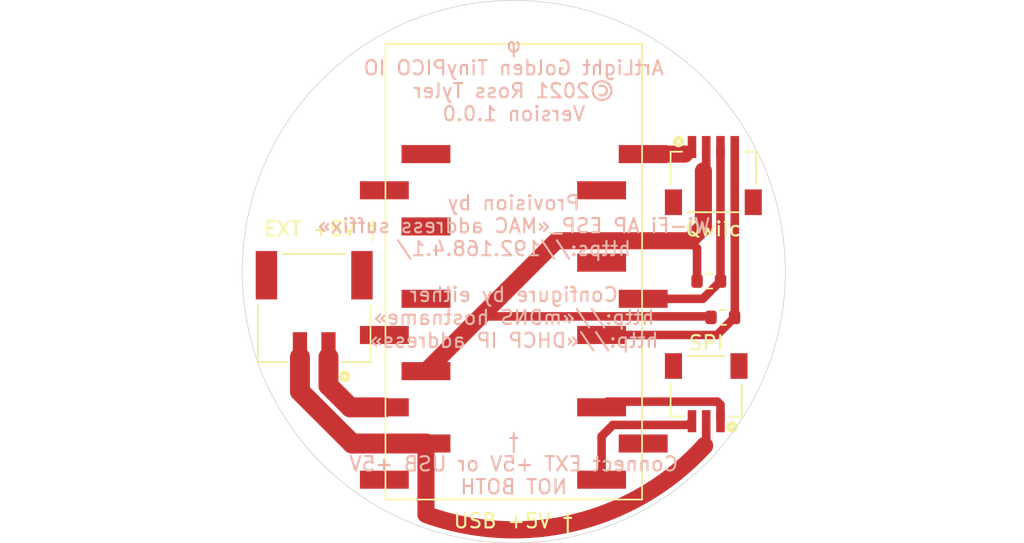
<source format=kicad_pcb>
(kicad_pcb (version 20171130) (host pcbnew 5.1.9-1.fc32)

  (general
    (thickness 1.6)
    (drawings 8)
    (tracks 125)
    (zones 0)
    (modules 6)
    (nets 9)
  )

  (page A)
  (title_block
    (title "ArtLight Golden TinyPICO IO")
    (rev 1.0.0)
    (comment 4 "Author: Ross Tyler")
  )

  (layers
    (0 F.Cu signal)
    (31 B.Cu signal)
    (32 B.Adhes user)
    (33 F.Adhes user)
    (34 B.Paste user)
    (35 F.Paste user)
    (36 B.SilkS user)
    (37 F.SilkS user)
    (38 B.Mask user)
    (39 F.Mask user)
    (40 Dwgs.User user)
    (41 Cmts.User user)
    (42 Eco1.User user)
    (43 Eco2.User user)
    (44 Edge.Cuts user)
    (45 Margin user)
    (46 B.CrtYd user)
    (47 F.CrtYd user)
    (48 B.Fab user)
    (49 F.Fab user)
  )

  (setup
    (last_trace_width 0.6)
    (user_trace_width 0.6)
    (user_trace_width 0.6)
    (user_trace_width 1)
    (user_trace_width 1.2)
    (user_trace_width 1.3)
    (user_trace_width 1.4)
    (trace_clearance 0.3)
    (zone_clearance 0.508)
    (zone_45_only no)
    (trace_min 0.6)
    (via_size 0.8)
    (via_drill 0.4)
    (via_min_size 0.6)
    (via_min_drill 0.3)
    (uvia_size 0.3)
    (uvia_drill 0.1)
    (uvias_allowed no)
    (uvia_min_size 0.2)
    (uvia_min_drill 0.1)
    (edge_width 0.05)
    (segment_width 0.2)
    (pcb_text_width 0.3)
    (pcb_text_size 1.5 1.5)
    (mod_edge_width 0.12)
    (mod_text_size 1 1)
    (mod_text_width 0.15)
    (pad_size 1.27 2.667991)
    (pad_drill 0)
    (pad_to_mask_clearance 0)
    (aux_axis_origin 0 0)
    (grid_origin 150 90)
    (visible_elements FEE8B207)
    (pcbplotparams
      (layerselection 0x010fc_ffffffff)
      (usegerberextensions false)
      (usegerberattributes true)
      (usegerberadvancedattributes true)
      (creategerberjobfile true)
      (excludeedgelayer true)
      (linewidth 0.100000)
      (plotframeref false)
      (viasonmask false)
      (mode 1)
      (useauxorigin false)
      (hpglpennumber 1)
      (hpglpenspeed 20)
      (hpglpendiameter 15.000000)
      (psnegative false)
      (psa4output false)
      (plotreference true)
      (plotvalue true)
      (plotinvisibletext false)
      (padsonsilk false)
      (subtractmaskfromsilk false)
      (outputformat 1)
      (mirror false)
      (drillshape 0)
      (scaleselection 1)
      (outputdirectory "gerber"))
  )

  (net 0 "")
  (net 1 GND)
  (net 2 +5V)
  (net 3 MOSI)
  (net 4 SCK)
  (net 5 SCL)
  (net 6 SDA)
  (net 7 /3V3)
  (net 8 GND1)

  (net_class Default "This is the default net class."
    (clearance 0.3)
    (trace_width 0.6)
    (via_dia 0.8)
    (via_drill 0.4)
    (uvia_dia 0.3)
    (uvia_drill 0.1)
    (diff_pair_width 0.6)
    (diff_pair_gap 0.25)
    (add_net +5V)
    (add_net /3V3)
    (add_net GND)
    (add_net GND1)
    (add_net MOSI)
    (add_net SCK)
    (add_net SCL)
    (add_net SDA)
  )

  (module tinypico-io:TinyPICO (layer F.Cu) (tedit 602C1BEA) (tstamp 602C6EF1)
    (at 150 90)
    (descr "2x TSM-110-01-L-SV 0.1\" SMD header")
    (path /602AC03F)
    (attr smd)
    (fp_text reference U1 (at 0 -13) (layer F.SilkS) hide
      (effects (font (size 1.5 1.5) (thickness 0.015)))
    )
    (fp_text value TSM-110-01-L-SV (at 8.002499 3.175 90) (layer F.Fab) hide
      (effects (font (size 0.5 0.5) (thickness 0.015)))
    )
    (fp_line (start -9 16) (end -9 -16) (layer F.SilkS) (width 0.12))
    (fp_line (start 9 16) (end -9 16) (layer F.SilkS) (width 0.12))
    (fp_line (start 9 -16) (end 9 16) (layer F.SilkS) (width 0.12))
    (fp_line (start -9 -16) (end 9 -16) (layer F.SilkS) (width 0.12))
    (fp_line (start -8.636 -4.44401) (end -8.636 -4.55099) (layer F.Fab) (width 0.1))
    (fp_line (start -8.89 0.88801) (end -8.636 0.74099) (layer F.Fab) (width 0.1))
    (fp_line (start -6.35 -2.856) (end -4.97799 -2.856) (layer F.Fab) (width 0.1))
    (fp_line (start -8.636 3.175) (end -8.636 3.069006) (layer F.Fab) (width 0.1))
    (fp_line (start -7.301992 7.304) (end -7.938008 7.304) (layer F.Fab) (width 0.1))
    (fp_line (start -6.604 5.82099) (end -6.35 5.96801) (layer F.Fab) (width 0.1))
    (fp_line (start -6.604 3.069006) (end -6.604 3.175) (layer F.Fab) (width 0.1))
    (fp_line (start -7.301992 14.921) (end -7.938008 14.921) (layer F.Fab) (width 0.1))
    (fp_line (start -7.301992 1.589) (end -7.301992 2.223999) (layer F.Fab) (width 0.1))
    (fp_line (start -6.604 8.14901) (end -6.604 8.255) (layer F.Fab) (width 0.1))
    (fp_line (start -8.636 10.79599) (end -8.636 10.68901) (layer F.Fab) (width 0.1))
    (fp_line (start -6.35 -8.571) (end -4.97799 -8.571) (layer F.Fab) (width 0.1))
    (fp_line (start -7.301992 -7.936) (end -7.938008 -7.936) (layer F.Fab) (width 0.1))
    (fp_line (start -7.938008 -6.034) (end -7.301992 -6.034) (layer F.Fab) (width 0.1))
    (fp_line (start -6.604 3.280994) (end -6.35 3.428009) (layer F.Fab) (width 0.1))
    (fp_line (start -7.938008 -3.491) (end -7.301992 -3.491) (layer F.Fab) (width 0.1))
    (fp_line (start -10.26201 4.761) (end -10.26201 4.126001) (layer F.Fab) (width 0.1))
    (fp_line (start -7.938008 6.669) (end -7.938008 7.304) (layer F.Fab) (width 0.1))
    (fp_line (start -8.636 10.90099) (end -8.636 10.79401) (layer F.Fab) (width 0.1))
    (fp_line (start -7.938008 4.761) (end -7.938008 4.126001) (layer F.Fab) (width 0.1))
    (fp_line (start -7.301992 12.384) (end -7.938008 12.384) (layer F.Fab) (width 0.1))
    (fp_line (start -8.89 -6.73199) (end -8.636 -6.879) (layer F.Fab) (width 0.1))
    (fp_line (start -7.938008 9.206) (end -7.301992 9.206) (layer F.Fab) (width 0.1))
    (fp_line (start -7.301992 9.841) (end -7.938008 9.841) (layer F.Fab) (width 0.1))
    (fp_line (start -8.89 5.96801) (end -8.89 8.00199) (layer F.Fab) (width 0.1))
    (fp_line (start -6.35 0.38199) (end -6.35 -1.65199) (layer F.Fab) (width 0.1))
    (fp_line (start -10.26201 -5.399) (end -10.26201 -6.034) (layer F.Fab) (width 0.1))
    (fp_line (start -8.89 -6.034) (end -10.26201 -6.034) (layer F.Fab) (width 0.1))
    (fp_line (start -8.89 -5.399) (end -10.26201 -5.399) (layer F.Fab) (width 0.1))
    (fp_line (start -8.636 -4.33901) (end -8.636 -4.44599) (layer F.Fab) (width 0.1))
    (fp_line (start -6.604 3.175) (end -6.604 3.280994) (layer F.Fab) (width 0.1))
    (fp_line (start -7.301992 -3.491) (end -7.301992 -2.856) (layer F.Fab) (width 0.1))
    (fp_line (start -8.636 8.36099) (end -8.636 8.255) (layer F.Fab) (width 0.1))
    (fp_line (start -6.35 0.38199) (end -6.604 0.52901) (layer F.Fab) (width 0.1))
    (fp_line (start -7.938008 -5.399) (end -7.938008 -6.034) (layer F.Fab) (width 0.1))
    (fp_line (start -6.35 -4.69801) (end -6.604 -4.55099) (layer F.Fab) (width 0.1))
    (fp_line (start -8.89 13.588) (end -8.636 13.441) (layer F.Fab) (width 0.1))
    (fp_line (start -8.636 8.14901) (end -8.89 8.00199) (layer F.Fab) (width 0.1))
    (fp_line (start -7.938008 -0.319) (end -7.938008 -0.954) (layer F.Fab) (width 0.1))
    (fp_line (start -7.301992 2.223999) (end -7.938008 2.223999) (layer F.Fab) (width 0.1))
    (fp_line (start -8.89 -1.65199) (end -8.636 -1.79901) (layer F.Fab) (width 0.1))
    (fp_line (start -6.35 11.749) (end -4.97799 11.749) (layer F.Fab) (width 0.1))
    (fp_line (start -8.636 -1.79901) (end -8.636 -1.905) (layer F.Fab) (width 0.1))
    (fp_line (start -6.35 10.54199) (end -6.604 10.68901) (layer F.Fab) (width 0.1))
    (fp_line (start -6.35 5.46199) (end -6.35 3.428009) (layer F.Fab) (width 0.1))
    (fp_line (start -7.938008 1.589) (end -7.938008 2.223999) (layer F.Fab) (width 0.1))
    (fp_line (start -7.938008 14.286) (end -7.301992 14.286) (layer F.Fab) (width 0.1))
    (fp_line (start -7.938008 11.749) (end -7.301992 11.749) (layer F.Fab) (width 0.1))
    (fp_line (start -6.604 5.71401) (end -6.604 5.82099) (layer F.Fab) (width 0.1))
    (fp_line (start -6.35 8.00199) (end -6.604 8.14901) (layer F.Fab) (width 0.1))
    (fp_line (start -6.35 8.00199) (end -6.35 5.96801) (layer F.Fab) (width 0.1))
    (fp_line (start -8.636 0.74099) (end -8.636 0.63401) (layer F.Fab) (width 0.1))
    (fp_line (start -10.26201 -0.319) (end -10.26201 -0.954) (layer F.Fab) (width 0.1))
    (fp_line (start -6.604 8.255) (end -6.604 8.36099) (layer F.Fab) (width 0.1))
    (fp_line (start -6.35 -3.491) (end -4.97799 -3.491) (layer F.Fab) (width 0.1))
    (fp_line (start -6.35 15.875) (end -6.35 13.588) (layer F.Fab) (width 0.1))
    (fp_line (start -6.604 13.441) (end -6.35 13.588) (layer F.Fab) (width 0.1))
    (fp_line (start -7.938008 -8.571) (end -7.938008 -7.936) (layer F.Fab) (width 0.1))
    (fp_line (start -7.301992 -8.571) (end -7.301992 -7.936) (layer F.Fab) (width 0.1))
    (fp_line (start -6.35 13.08199) (end -6.35 11.04801) (layer F.Fab) (width 0.1))
    (fp_line (start -6.604 10.68901) (end -6.604 10.79599) (layer F.Fab) (width 0.1))
    (fp_line (start -7.301992 4.761) (end -7.938008 4.761) (layer F.Fab) (width 0.1))
    (fp_line (start -8.89 5.96801) (end -8.636 5.82099) (layer F.Fab) (width 0.1))
    (fp_line (start -8.636 8.255) (end -8.636 8.14901) (layer F.Fab) (width 0.1))
    (fp_line (start -6.35 12.384) (end -4.97799 12.384) (layer F.Fab) (width 0.1))
    (fp_line (start -6.35 -2.15801) (end -6.604 -2.01099) (layer F.Fab) (width 0.1))
    (fp_line (start -7.938008 4.126001) (end -7.301992 4.126001) (layer F.Fab) (width 0.1))
    (fp_line (start -8.89 8.50801) (end -8.89 10.54199) (layer F.Fab) (width 0.1))
    (fp_line (start -6.604 10.79401) (end -6.604 10.90099) (layer F.Fab) (width 0.1))
    (fp_line (start -7.938008 11.749) (end -7.938008 12.384) (layer F.Fab) (width 0.1))
    (fp_line (start -6.604 13.335) (end -6.604 13.441) (layer F.Fab) (width 0.1))
    (fp_line (start -10.26201 9.841) (end -10.26201 9.206) (layer F.Fab) (width 0.1))
    (fp_line (start -6.35 5.46199) (end -6.604 5.60901) (layer F.Fab) (width 0.1))
    (fp_line (start -7.301992 -0.319) (end -7.301992 -0.954) (layer F.Fab) (width 0.1))
    (fp_line (start -8.636 -2.01099) (end -8.89 -2.15801) (layer F.Fab) (width 0.1))
    (fp_line (start -6.604 5.60901) (end -6.604 5.71599) (layer F.Fab) (width 0.1))
    (fp_line (start -6.35 13.08199) (end -6.604 13.229) (layer F.Fab) (width 0.1))
    (fp_line (start -6.604 -4.33901) (end -6.35 -4.19199) (layer F.Fab) (width 0.1))
    (fp_line (start -4.97799 1.589) (end -4.97799 2.223999) (layer F.Fab) (width 0.1))
    (fp_line (start -6.35 2.921991) (end -6.35 0.88801) (layer F.Fab) (width 0.1))
    (fp_line (start -8.89 -4.19199) (end -8.89 -2.15801) (layer F.Fab) (width 0.1))
    (fp_line (start -8.636 0.52901) (end -8.89 0.38199) (layer F.Fab) (width 0.1))
    (fp_line (start -4.97799 6.669) (end -4.97799 7.304) (layer F.Fab) (width 0.1))
    (fp_line (start -7.301992 -0.319) (end -7.938008 -0.319) (layer F.Fab) (width 0.1))
    (fp_line (start -7.301992 6.669) (end -7.301992 7.304) (layer F.Fab) (width 0.1))
    (fp_line (start -4.97799 11.749) (end -4.97799 12.384) (layer F.Fab) (width 0.1))
    (fp_line (start -8.89 4.126001) (end -10.26201 4.126001) (layer F.Fab) (width 0.1))
    (fp_line (start -8.89 -0.954) (end -10.26201 -0.954) (layer F.Fab) (width 0.1))
    (fp_line (start -8.89 8.50801) (end -8.636 8.36099) (layer F.Fab) (width 0.1))
    (fp_line (start -7.301992 9.841) (end -7.301992 9.206) (layer F.Fab) (width 0.1))
    (fp_line (start -7.301992 11.749) (end -7.301992 12.384) (layer F.Fab) (width 0.1))
    (fp_line (start -8.89 14.921) (end -10.26201 14.921) (layer F.Fab) (width 0.1))
    (fp_line (start -6.604 10.90099) (end -6.35 11.04801) (layer F.Fab) (width 0.1))
    (fp_line (start -6.35 2.921991) (end -6.604 3.069006) (layer F.Fab) (width 0.1))
    (fp_line (start -7.938008 -3.491) (end -7.938008 -2.856) (layer F.Fab) (width 0.1))
    (fp_line (start -6.35 -4.69801) (end -6.35 -6.73199) (layer F.Fab) (width 0.1))
    (fp_line (start -6.35 2.223999) (end -4.97799 2.223999) (layer F.Fab) (width 0.1))
    (fp_line (start -7.301992 -5.399) (end -7.938008 -5.399) (layer F.Fab) (width 0.1))
    (fp_line (start -7.301992 4.761) (end -7.301992 4.126001) (layer F.Fab) (width 0.1))
    (fp_line (start -8.89 3.428009) (end -8.636 3.280994) (layer F.Fab) (width 0.1))
    (fp_line (start -8.636 -6.985) (end -8.636 -7.091) (layer F.Fab) (width 0.1))
    (fp_line (start -8.636 -7.091) (end -8.89 -7.238) (layer F.Fab) (width 0.1))
    (fp_line (start -6.35 -2.15801) (end -6.35 -4.19199) (layer F.Fab) (width 0.1))
    (fp_line (start -8.89 -9.525) (end -8.89 -7.238) (layer F.Fab) (width 0.1))
    (fp_line (start -8.636 -6.879) (end -8.636 -6.985) (layer F.Fab) (width 0.1))
    (fp_line (start -6.604 0.63401) (end -6.604 0.74099) (layer F.Fab) (width 0.1))
    (fp_line (start -8.636 0.63599) (end -8.636 0.52901) (layer F.Fab) (width 0.1))
    (fp_line (start -8.636 13.441) (end -8.636 13.335) (layer F.Fab) (width 0.1))
    (fp_line (start -10.26201 14.921) (end -10.26201 14.286) (layer F.Fab) (width 0.1))
    (fp_line (start -6.604 0.74099) (end -6.35 0.88801) (layer F.Fab) (width 0.1))
    (fp_line (start -8.636 5.82099) (end -8.636 5.71401) (layer F.Fab) (width 0.1))
    (fp_line (start -8.89 13.588) (end -8.89 15.875) (layer F.Fab) (width 0.1))
    (fp_line (start -7.938008 9.841) (end -7.938008 9.206) (layer F.Fab) (width 0.1))
    (fp_line (start -8.89 9.841) (end -10.26201 9.841) (layer F.Fab) (width 0.1))
    (fp_line (start -6.35 10.54199) (end -6.35 8.50801) (layer F.Fab) (width 0.1))
    (fp_line (start -8.89 -1.65199) (end -8.89 0.38199) (layer F.Fab) (width 0.1))
    (fp_line (start -6.604 -2.01099) (end -6.604 -1.905) (layer F.Fab) (width 0.1))
    (fp_line (start -6.35 7.304) (end -4.97799 7.304) (layer F.Fab) (width 0.1))
    (fp_line (start -4.97799 -3.491) (end -4.97799 -2.856) (layer F.Fab) (width 0.1))
    (fp_line (start -8.636 3.069006) (end -8.89 2.921991) (layer F.Fab) (width 0.1))
    (fp_line (start -6.604 0.52901) (end -6.604 0.63599) (layer F.Fab) (width 0.1))
    (fp_line (start -7.938008 -0.954) (end -7.301992 -0.954) (layer F.Fab) (width 0.1))
    (fp_line (start -7.301992 -5.399) (end -7.301992 -6.034) (layer F.Fab) (width 0.1))
    (fp_line (start -6.604 -9.525) (end -6.35 -9.525) (layer F.Fab) (width 0.1))
    (fp_line (start -6.604 -9.525) (end -8.636 -9.525) (layer F.Fab) (width 0.1))
    (fp_line (start -8.89 3.428009) (end -8.89 5.46199) (layer F.Fab) (width 0.1))
    (fp_line (start -8.636 15.875) (end -6.604 15.875) (layer F.Fab) (width 0.1))
    (fp_line (start -6.604 -7.091) (end -6.604 -6.985) (layer F.Fab) (width 0.1))
    (fp_line (start -6.35 -7.238) (end -6.604 -7.091) (layer F.Fab) (width 0.1))
    (fp_line (start -4.97799 -8.571) (end -4.97799 -7.936) (layer F.Fab) (width 0.1))
    (fp_line (start -6.35 -7.936) (end -4.97799 -7.936) (layer F.Fab) (width 0.1))
    (fp_line (start -7.938008 -8.571) (end -7.301992 -8.571) (layer F.Fab) (width 0.1))
    (fp_line (start -6.35 -7.238) (end -6.35 -9.525) (layer F.Fab) (width 0.1))
    (fp_line (start -8.636 5.60901) (end -8.89 5.46199) (layer F.Fab) (width 0.1))
    (fp_line (start -7.301992 -2.856) (end -7.938008 -2.856) (layer F.Fab) (width 0.1))
    (fp_line (start -6.604 -1.905) (end -6.604 -1.79901) (layer F.Fab) (width 0.1))
    (fp_line (start -8.89 0.88801) (end -8.89 2.921991) (layer F.Fab) (width 0.1))
    (fp_line (start -6.604 -6.985) (end -6.604 -6.879) (layer F.Fab) (width 0.1))
    (fp_line (start -6.604 -6.879) (end -6.35 -6.73199) (layer F.Fab) (width 0.1))
    (fp_line (start -6.35 6.669) (end -4.97799 6.669) (layer F.Fab) (width 0.1))
    (fp_line (start -6.604 13.229) (end -6.604 13.335) (layer F.Fab) (width 0.1))
    (fp_line (start -7.938008 1.589) (end -7.301992 1.589) (layer F.Fab) (width 0.1))
    (fp_line (start -6.604 -4.44599) (end -6.604 -4.33901) (layer F.Fab) (width 0.1))
    (fp_line (start -8.636 3.280994) (end -8.636 3.175) (layer F.Fab) (width 0.1))
    (fp_line (start -8.89 4.761) (end -10.26201 4.761) (layer F.Fab) (width 0.1))
    (fp_line (start -8.636 13.229) (end -8.89 13.08199) (layer F.Fab) (width 0.1))
    (fp_line (start -8.636 -1.905) (end -8.636 -2.01099) (layer F.Fab) (width 0.1))
    (fp_line (start -8.89 11.04801) (end -8.89 13.08199) (layer F.Fab) (width 0.1))
    (fp_line (start -6.604 -1.79901) (end -6.35 -1.65199) (layer F.Fab) (width 0.1))
    (fp_line (start -8.89 14.286) (end -10.26201 14.286) (layer F.Fab) (width 0.1))
    (fp_line (start -7.938008 6.669) (end -7.301992 6.669) (layer F.Fab) (width 0.1))
    (fp_line (start -8.89 -6.73199) (end -8.89 -4.69801) (layer F.Fab) (width 0.1))
    (fp_line (start -8.636 -4.55099) (end -8.89 -4.69801) (layer F.Fab) (width 0.1))
    (fp_line (start -6.35 1.589) (end -4.97799 1.589) (layer F.Fab) (width 0.1))
    (fp_line (start -6.35 15.875) (end -6.604 15.875) (layer F.Fab) (width 0.1))
    (fp_line (start -8.636 10.68901) (end -8.89 10.54199) (layer F.Fab) (width 0.1))
    (fp_line (start -7.301992 14.921) (end -7.301992 14.286) (layer F.Fab) (width 0.1))
    (fp_line (start -8.636 15.875) (end -8.89 15.875) (layer F.Fab) (width 0.1))
    (fp_line (start -8.89 -4.19199) (end -8.636 -4.33901) (layer F.Fab) (width 0.1))
    (fp_line (start -6.604 -4.55099) (end -6.604 -4.44401) (layer F.Fab) (width 0.1))
    (fp_line (start -8.89 -0.319) (end -10.26201 -0.319) (layer F.Fab) (width 0.1))
    (fp_line (start -8.89 -9.525) (end -8.636 -9.525) (layer F.Fab) (width 0.1))
    (fp_line (start -8.89 11.04801) (end -8.636 10.90099) (layer F.Fab) (width 0.1))
    (fp_line (start -8.636 13.335) (end -8.636 13.229) (layer F.Fab) (width 0.1))
    (fp_line (start -8.636 5.71599) (end -8.636 5.60901) (layer F.Fab) (width 0.1))
    (fp_line (start -6.604 8.36099) (end -6.35 8.50801) (layer F.Fab) (width 0.1))
    (fp_line (start -7.938008 14.921) (end -7.938008 14.286) (layer F.Fab) (width 0.1))
    (fp_line (start -8.89 9.206) (end -10.26201 9.206) (layer F.Fab) (width 0.1))
    (fp_line (start 8.89 15.875) (end 8.89 13.588) (layer F.Fab) (width 0.1))
    (fp_line (start 8.89 15.875) (end 8.636 15.875) (layer F.Fab) (width 0.1))
    (fp_line (start 6.604 15.875) (end 8.636 15.875) (layer F.Fab) (width 0.1))
    (fp_line (start 7.938008 14.921) (end 7.301992 14.921) (layer F.Fab) (width 0.1))
    (fp_line (start 7.301992 14.921) (end 7.301992 14.286) (layer F.Fab) (width 0.1))
    (fp_line (start 7.938008 14.921) (end 7.938008 14.286) (layer F.Fab) (width 0.1))
    (fp_line (start 6.35 13.588) (end 6.35 15.875) (layer F.Fab) (width 0.1))
    (fp_line (start 6.604 15.875) (end 6.35 15.875) (layer F.Fab) (width 0.1))
    (fp_line (start 6.35 14.921) (end 4.97799 14.921) (layer F.Fab) (width 0.1))
    (fp_line (start 4.97799 14.921) (end 4.97799 14.286) (layer F.Fab) (width 0.1))
    (fp_line (start 7.301992 14.286) (end 7.938008 14.286) (layer F.Fab) (width 0.1))
    (fp_line (start 8.636 13.441) (end 8.89 13.588) (layer F.Fab) (width 0.1))
    (fp_line (start 8.636 13.335) (end 8.636 13.441) (layer F.Fab) (width 0.1))
    (fp_line (start 7.301992 11.749) (end 7.938008 11.749) (layer F.Fab) (width 0.1))
    (fp_line (start 7.938008 12.384) (end 7.301992 12.384) (layer F.Fab) (width 0.1))
    (fp_line (start 8.89 11.749) (end 10.26201 11.749) (layer F.Fab) (width 0.1))
    (fp_line (start 8.89 12.384) (end 10.26201 12.384) (layer F.Fab) (width 0.1))
    (fp_line (start 10.26201 11.749) (end 10.26201 12.384) (layer F.Fab) (width 0.1))
    (fp_line (start 7.938008 11.749) (end 7.938008 12.384) (layer F.Fab) (width 0.1))
    (fp_line (start 7.301992 11.749) (end 7.301992 12.384) (layer F.Fab) (width 0.1))
    (fp_line (start 8.89 13.08199) (end 8.636 13.229) (layer F.Fab) (width 0.1))
    (fp_line (start 8.636 10.90099) (end 8.89 11.04801) (layer F.Fab) (width 0.1))
    (fp_line (start 8.89 13.08199) (end 8.89 11.04801) (layer F.Fab) (width 0.1))
    (fp_line (start 8.636 13.229) (end 8.636 13.335) (layer F.Fab) (width 0.1))
    (fp_line (start 8.636 10.79401) (end 8.636 10.90099) (layer F.Fab) (width 0.1))
    (fp_line (start 6.35 14.286) (end 4.97799 14.286) (layer F.Fab) (width 0.1))
    (fp_line (start 6.35 13.588) (end 6.604 13.441) (layer F.Fab) (width 0.1))
    (fp_line (start 6.604 13.441) (end 6.604 13.335) (layer F.Fab) (width 0.1))
    (fp_line (start 6.604 13.229) (end 6.35 13.08199) (layer F.Fab) (width 0.1))
    (fp_line (start 6.35 11.04801) (end 6.604 10.90099) (layer F.Fab) (width 0.1))
    (fp_line (start 6.35 11.04801) (end 6.35 13.08199) (layer F.Fab) (width 0.1))
    (fp_line (start 6.604 13.335) (end 6.604 13.229) (layer F.Fab) (width 0.1))
    (fp_line (start 6.604 10.90099) (end 6.604 10.79401) (layer F.Fab) (width 0.1))
    (fp_line (start 7.938008 9.841) (end 7.301992 9.841) (layer F.Fab) (width 0.1))
    (fp_line (start 7.301992 9.206) (end 7.938008 9.206) (layer F.Fab) (width 0.1))
    (fp_line (start 7.301992 9.841) (end 7.301992 9.206) (layer F.Fab) (width 0.1))
    (fp_line (start 7.938008 9.841) (end 7.938008 9.206) (layer F.Fab) (width 0.1))
    (fp_line (start 8.636 8.36099) (end 8.89 8.50801) (layer F.Fab) (width 0.1))
    (fp_line (start 8.89 10.54199) (end 8.636 10.68901) (layer F.Fab) (width 0.1))
    (fp_line (start 8.89 10.54199) (end 8.89 8.50801) (layer F.Fab) (width 0.1))
    (fp_line (start 8.636 8.255) (end 8.636 8.36099) (layer F.Fab) (width 0.1))
    (fp_line (start 8.636 10.68901) (end 8.636 10.79599) (layer F.Fab) (width 0.1))
    (fp_line (start 8.89 8.00199) (end 8.636 8.14901) (layer F.Fab) (width 0.1))
    (fp_line (start 8.89 8.00199) (end 8.89 5.96801) (layer F.Fab) (width 0.1))
    (fp_line (start 8.636 8.14901) (end 8.636 8.255) (layer F.Fab) (width 0.1))
    (fp_line (start 6.35 9.841) (end 4.97799 9.841) (layer F.Fab) (width 0.1))
    (fp_line (start 6.35 9.206) (end 4.97799 9.206) (layer F.Fab) (width 0.1))
    (fp_line (start 4.97799 9.841) (end 4.97799 9.206) (layer F.Fab) (width 0.1))
    (fp_line (start 6.35 8.50801) (end 6.604 8.36099) (layer F.Fab) (width 0.1))
    (fp_line (start 6.604 10.68901) (end 6.35 10.54199) (layer F.Fab) (width 0.1))
    (fp_line (start 6.35 8.50801) (end 6.35 10.54199) (layer F.Fab) (width 0.1))
    (fp_line (start 6.604 8.36099) (end 6.604 8.255) (layer F.Fab) (width 0.1))
    (fp_line (start 6.604 10.79599) (end 6.604 10.68901) (layer F.Fab) (width 0.1))
    (fp_line (start 6.604 8.14901) (end 6.35 8.00199) (layer F.Fab) (width 0.1))
    (fp_line (start 6.35 5.96801) (end 6.35 8.00199) (layer F.Fab) (width 0.1))
    (fp_line (start 6.604 8.255) (end 6.604 8.14901) (layer F.Fab) (width 0.1))
    (fp_line (start 7.301992 6.669) (end 7.938008 6.669) (layer F.Fab) (width 0.1))
    (fp_line (start 7.938008 7.304) (end 7.301992 7.304) (layer F.Fab) (width 0.1))
    (fp_line (start 8.89 6.669) (end 10.26201 6.669) (layer F.Fab) (width 0.1))
    (fp_line (start 8.89 7.304) (end 10.26201 7.304) (layer F.Fab) (width 0.1))
    (fp_line (start 10.26201 6.669) (end 10.26201 7.304) (layer F.Fab) (width 0.1))
    (fp_line (start 7.938008 6.669) (end 7.938008 7.304) (layer F.Fab) (width 0.1))
    (fp_line (start 7.301992 6.669) (end 7.301992 7.304) (layer F.Fab) (width 0.1))
    (fp_line (start 8.636 5.82099) (end 8.89 5.96801) (layer F.Fab) (width 0.1))
    (fp_line (start 8.636 5.71401) (end 8.636 5.82099) (layer F.Fab) (width 0.1))
    (fp_line (start 7.938008 4.761) (end 7.301992 4.761) (layer F.Fab) (width 0.1))
    (fp_line (start 7.301992 4.126001) (end 7.938008 4.126001) (layer F.Fab) (width 0.1))
    (fp_line (start 7.301992 4.761) (end 7.301992 4.126001) (layer F.Fab) (width 0.1))
    (fp_line (start 7.938008 4.761) (end 7.938008 4.126001) (layer F.Fab) (width 0.1))
    (fp_line (start 8.89 5.46199) (end 8.636 5.60901) (layer F.Fab) (width 0.1))
    (fp_line (start 8.89 5.46199) (end 8.89 3.428009) (layer F.Fab) (width 0.1))
    (fp_line (start 8.636 5.60901) (end 8.636 5.71599) (layer F.Fab) (width 0.1))
    (fp_line (start 6.35 5.96801) (end 6.604 5.82099) (layer F.Fab) (width 0.1))
    (fp_line (start 6.604 5.82099) (end 6.604 5.71401) (layer F.Fab) (width 0.1))
    (fp_line (start 6.35 4.761) (end 4.97799 4.761) (layer F.Fab) (width 0.1))
    (fp_line (start 6.35 4.126001) (end 4.97799 4.126001) (layer F.Fab) (width 0.1))
    (fp_line (start 4.97799 4.761) (end 4.97799 4.126001) (layer F.Fab) (width 0.1))
    (fp_line (start 6.604 5.60901) (end 6.35 5.46199) (layer F.Fab) (width 0.1))
    (fp_line (start 6.35 3.428009) (end 6.35 5.46199) (layer F.Fab) (width 0.1))
    (fp_line (start 6.604 5.71599) (end 6.604 5.60901) (layer F.Fab) (width 0.1))
    (fp_line (start 8.636 3.280994) (end 8.89 3.428009) (layer F.Fab) (width 0.1))
    (fp_line (start 8.636 3.175) (end 8.636 3.280994) (layer F.Fab) (width 0.1))
    (fp_line (start 7.301992 1.589) (end 7.938008 1.589) (layer F.Fab) (width 0.1))
    (fp_line (start 7.938008 2.223999) (end 7.301992 2.223999) (layer F.Fab) (width 0.1))
    (fp_line (start 8.89 1.589) (end 10.26201 1.589) (layer F.Fab) (width 0.1))
    (fp_line (start 8.89 2.223999) (end 10.26201 2.223999) (layer F.Fab) (width 0.1))
    (fp_line (start 10.26201 1.589) (end 10.26201 2.223999) (layer F.Fab) (width 0.1))
    (fp_line (start 7.938008 1.589) (end 7.938008 2.223999) (layer F.Fab) (width 0.1))
    (fp_line (start 7.301992 1.589) (end 7.301992 2.223999) (layer F.Fab) (width 0.1))
    (fp_line (start 8.89 2.921991) (end 8.636 3.069006) (layer F.Fab) (width 0.1))
    (fp_line (start 8.636 0.74099) (end 8.89 0.88801) (layer F.Fab) (width 0.1))
    (fp_line (start 8.89 2.921991) (end 8.89 0.88801) (layer F.Fab) (width 0.1))
    (fp_line (start 8.636 3.069006) (end 8.636 3.175) (layer F.Fab) (width 0.1))
    (fp_line (start 8.636 0.63401) (end 8.636 0.74099) (layer F.Fab) (width 0.1))
    (fp_line (start 6.35 3.428009) (end 6.604 3.280994) (layer F.Fab) (width 0.1))
    (fp_line (start 6.604 3.280994) (end 6.604 3.175) (layer F.Fab) (width 0.1))
    (fp_line (start 6.604 3.069006) (end 6.35 2.921991) (layer F.Fab) (width 0.1))
    (fp_line (start 6.35 0.88801) (end 6.604 0.74099) (layer F.Fab) (width 0.1))
    (fp_line (start 6.35 0.88801) (end 6.35 2.921991) (layer F.Fab) (width 0.1))
    (fp_line (start 6.604 3.175) (end 6.604 3.069006) (layer F.Fab) (width 0.1))
    (fp_line (start 6.604 0.74099) (end 6.604 0.63401) (layer F.Fab) (width 0.1))
    (fp_line (start 7.938008 -0.319) (end 7.301992 -0.319) (layer F.Fab) (width 0.1))
    (fp_line (start 7.301992 -0.954) (end 7.938008 -0.954) (layer F.Fab) (width 0.1))
    (fp_line (start 7.301992 -0.319) (end 7.301992 -0.954) (layer F.Fab) (width 0.1))
    (fp_line (start 7.938008 -0.319) (end 7.938008 -0.954) (layer F.Fab) (width 0.1))
    (fp_line (start 8.636 -1.79901) (end 8.89 -1.65199) (layer F.Fab) (width 0.1))
    (fp_line (start 8.89 0.38199) (end 8.636 0.52901) (layer F.Fab) (width 0.1))
    (fp_line (start 8.89 0.38199) (end 8.89 -1.65199) (layer F.Fab) (width 0.1))
    (fp_line (start 8.636 -1.905) (end 8.636 -1.79901) (layer F.Fab) (width 0.1))
    (fp_line (start 8.636 0.52901) (end 8.636 0.63599) (layer F.Fab) (width 0.1))
    (fp_line (start 8.89 -2.15801) (end 8.636 -2.01099) (layer F.Fab) (width 0.1))
    (fp_line (start 8.89 -2.15801) (end 8.89 -4.19199) (layer F.Fab) (width 0.1))
    (fp_line (start 8.636 -2.01099) (end 8.636 -1.905) (layer F.Fab) (width 0.1))
    (fp_line (start 6.35 -0.319) (end 4.97799 -0.319) (layer F.Fab) (width 0.1))
    (fp_line (start 6.35 -0.954) (end 4.97799 -0.954) (layer F.Fab) (width 0.1))
    (fp_line (start 4.97799 -0.319) (end 4.97799 -0.954) (layer F.Fab) (width 0.1))
    (fp_line (start 6.35 -1.65199) (end 6.604 -1.79901) (layer F.Fab) (width 0.1))
    (fp_line (start 6.604 0.52901) (end 6.35 0.38199) (layer F.Fab) (width 0.1))
    (fp_line (start 6.35 -1.65199) (end 6.35 0.38199) (layer F.Fab) (width 0.1))
    (fp_line (start 6.604 -1.79901) (end 6.604 -1.905) (layer F.Fab) (width 0.1))
    (fp_line (start 6.604 0.63599) (end 6.604 0.52901) (layer F.Fab) (width 0.1))
    (fp_line (start 6.604 -2.01099) (end 6.35 -2.15801) (layer F.Fab) (width 0.1))
    (fp_line (start 6.35 -4.19199) (end 6.35 -2.15801) (layer F.Fab) (width 0.1))
    (fp_line (start 6.604 -1.905) (end 6.604 -2.01099) (layer F.Fab) (width 0.1))
    (fp_line (start 7.301992 -3.491) (end 7.938008 -3.491) (layer F.Fab) (width 0.1))
    (fp_line (start 7.938008 -2.856) (end 7.301992 -2.856) (layer F.Fab) (width 0.1))
    (fp_line (start 8.89 -3.491) (end 10.26201 -3.491) (layer F.Fab) (width 0.1))
    (fp_line (start 8.89 -2.856) (end 10.26201 -2.856) (layer F.Fab) (width 0.1))
    (fp_line (start 10.26201 -3.491) (end 10.26201 -2.856) (layer F.Fab) (width 0.1))
    (fp_line (start 7.938008 -3.491) (end 7.938008 -2.856) (layer F.Fab) (width 0.1))
    (fp_line (start 7.301992 -3.491) (end 7.301992 -2.856) (layer F.Fab) (width 0.1))
    (fp_line (start 8.636 -4.33901) (end 8.89 -4.19199) (layer F.Fab) (width 0.1))
    (fp_line (start 8.636 -4.44599) (end 8.636 -4.33901) (layer F.Fab) (width 0.1))
    (fp_line (start 7.938008 -5.399) (end 7.301992 -5.399) (layer F.Fab) (width 0.1))
    (fp_line (start 7.301992 -6.034) (end 7.938008 -6.034) (layer F.Fab) (width 0.1))
    (fp_line (start 7.301992 -5.399) (end 7.301992 -6.034) (layer F.Fab) (width 0.1))
    (fp_line (start 7.938008 -5.399) (end 7.938008 -6.034) (layer F.Fab) (width 0.1))
    (fp_line (start 8.89 -4.69801) (end 8.636 -4.55099) (layer F.Fab) (width 0.1))
    (fp_line (start 8.89 -4.69801) (end 8.89 -6.73199) (layer F.Fab) (width 0.1))
    (fp_line (start 8.636 -4.55099) (end 8.636 -4.44401) (layer F.Fab) (width 0.1))
    (fp_line (start 6.35 -4.19199) (end 6.604 -4.33901) (layer F.Fab) (width 0.1))
    (fp_line (start 6.604 -4.33901) (end 6.604 -4.44599) (layer F.Fab) (width 0.1))
    (fp_line (start 6.35 -5.399) (end 4.97799 -5.399) (layer F.Fab) (width 0.1))
    (fp_line (start 6.35 -6.034) (end 4.97799 -6.034) (layer F.Fab) (width 0.1))
    (fp_line (start 4.97799 -5.399) (end 4.97799 -6.034) (layer F.Fab) (width 0.1))
    (fp_line (start 6.604 -4.55099) (end 6.35 -4.69801) (layer F.Fab) (width 0.1))
    (fp_line (start 6.35 -6.73199) (end 6.35 -4.69801) (layer F.Fab) (width 0.1))
    (fp_line (start 6.604 -4.44401) (end 6.604 -4.55099) (layer F.Fab) (width 0.1))
    (fp_line (start 8.636 -6.879) (end 8.89 -6.73199) (layer F.Fab) (width 0.1))
    (fp_line (start 8.636 -6.985) (end 8.636 -6.879) (layer F.Fab) (width 0.1))
    (fp_line (start 8.89 -7.238) (end 8.89 -9.525) (layer F.Fab) (width 0.1))
    (fp_line (start 7.301992 -8.571) (end 7.938008 -8.571) (layer F.Fab) (width 0.1))
    (fp_line (start 7.938008 -7.936) (end 7.301992 -7.936) (layer F.Fab) (width 0.1))
    (fp_line (start 8.89 -8.571) (end 10.26201 -8.571) (layer F.Fab) (width 0.1))
    (fp_line (start 8.89 -7.936) (end 10.26201 -7.936) (layer F.Fab) (width 0.1))
    (fp_line (start 10.26201 -8.571) (end 10.26201 -7.936) (layer F.Fab) (width 0.1))
    (fp_line (start 7.938008 -8.571) (end 7.938008 -7.936) (layer F.Fab) (width 0.1))
    (fp_line (start 7.301992 -8.571) (end 7.301992 -7.936) (layer F.Fab) (width 0.1))
    (fp_line (start 8.89 -7.238) (end 8.636 -7.091) (layer F.Fab) (width 0.1))
    (fp_line (start 8.636 -7.091) (end 8.636 -6.985) (layer F.Fab) (width 0.1))
    (fp_line (start 6.35 -6.73199) (end 6.604 -6.879) (layer F.Fab) (width 0.1))
    (fp_line (start 6.604 -6.879) (end 6.604 -6.985) (layer F.Fab) (width 0.1))
    (fp_line (start 6.35 -9.525) (end 6.35 -7.238) (layer F.Fab) (width 0.1))
    (fp_line (start 6.604 -7.091) (end 6.35 -7.238) (layer F.Fab) (width 0.1))
    (fp_line (start 6.604 -6.985) (end 6.604 -7.091) (layer F.Fab) (width 0.1))
    (fp_line (start 8.636 -9.525) (end 6.604 -9.525) (layer F.Fab) (width 0.1))
    (fp_line (start 8.636 -9.525) (end 8.89 -9.525) (layer F.Fab) (width 0.1))
    (fp_line (start 6.35 -9.525) (end 6.604 -9.525) (layer F.Fab) (width 0.1))
    (pad 3 smd rect (at -9.07999 9.525 90) (size 1.27 3.429991) (layers F.Cu F.Paste F.Mask)
      (net 2 +5V))
    (pad 10 smd rect (at -6.16001 -8.255 90) (size 1.27 3.429991) (layers F.Cu F.Paste F.Mask))
    (pad 4 smd rect (at -6.16001 6.985 90) (size 1.27 3.429991) (layers F.Cu F.Paste F.Mask)
      (net 7 /3V3))
    (pad 6 smd rect (at -6.16001 1.905 90) (size 1.27 3.429991) (layers F.Cu F.Paste F.Mask))
    (pad 8 smd rect (at -6.16001 -3.175 90) (size 1.27 3.429991) (layers F.Cu F.Paste F.Mask))
    (pad 9 smd rect (at -9.07999 -5.715 90) (size 1.27 3.429991) (layers F.Cu F.Paste F.Mask))
    (pad 5 smd rect (at -9.07999 4.445 90) (size 1.27 3.429991) (layers F.Cu F.Paste F.Mask))
    (pad 2 smd rect (at -6.16001 12.065 90) (size 1.27 3.429991) (layers F.Cu F.Paste F.Mask)
      (net 1 GND))
    (pad 1 smd rect (at -9.07999 14.605 90) (size 1.27 3.429991) (layers F.Cu F.Paste F.Mask))
    (pad 11 smd rect (at 9.07999 -8.255 90) (size 1.27 3.429991) (layers F.Cu F.Paste F.Mask)
      (net 8 GND1))
    (pad 12 smd rect (at 6.16001 -5.715 90) (size 1.27 3.429991) (layers F.Cu F.Paste F.Mask))
    (pad 14 smd rect (at 6.16001 -0.635 90) (size 1.27 3.429991) (layers F.Cu F.Paste F.Mask))
    (pad 15 smd rect (at 9.07999 1.905 90) (size 1.27 3.429991) (layers F.Cu F.Paste F.Mask)
      (net 6 SDA))
    (pad 16 smd rect (at 6.16001 4.445 90) (size 1.27 3.429991) (layers F.Cu F.Paste F.Mask)
      (net 5 SCL))
    (pad 18 smd rect (at 6.16001 9.525 90) (size 1.27 3.429991) (layers F.Cu F.Paste F.Mask)
      (net 4 SCK))
    (pad 19 smd rect (at 9.07999 12.065 90) (size 1.27 3.429991) (layers F.Cu F.Paste F.Mask))
    (pad 20 smd rect (at 6.16001 14.605 90) (size 1.27 3.429991) (layers F.Cu F.Paste F.Mask)
      (net 3 MOSI))
    (model :grabcad:tinyPICO.STEP
      (offset (xyz 28.75 -0.25 -7.5))
      (scale (xyz 1 1 1))
      (rotate (xyz -90 0 0))
    )
  )

  (module Resistor_SMD:R_0603_1608Metric (layer F.Cu) (tedit 5F68FEEE) (tstamp 602A3972)
    (at 164.66 93.21)
    (descr "Resistor SMD 0603 (1608 Metric), square (rectangular) end terminal, IPC_7351 nominal, (Body size source: IPC-SM-782 page 72, https://www.pcb-3d.com/wordpress/wp-content/uploads/ipc-sm-782a_amendment_1_and_2.pdf), generated with kicad-footprint-generator")
    (tags resistor)
    (path /602A2AD5)
    (attr smd)
    (fp_text reference R2 (at 0 -1.43) (layer F.SilkS) hide
      (effects (font (size 1 1) (thickness 0.15)))
    )
    (fp_text value 1K (at 0 1.43) (layer F.Fab)
      (effects (font (size 1 1) (thickness 0.15)))
    )
    (fp_line (start -0.8 0.4125) (end -0.8 -0.4125) (layer F.Fab) (width 0.1))
    (fp_line (start -0.8 -0.4125) (end 0.8 -0.4125) (layer F.Fab) (width 0.1))
    (fp_line (start 0.8 -0.4125) (end 0.8 0.4125) (layer F.Fab) (width 0.1))
    (fp_line (start 0.8 0.4125) (end -0.8 0.4125) (layer F.Fab) (width 0.1))
    (fp_line (start -0.237258 -0.5225) (end 0.237258 -0.5225) (layer F.SilkS) (width 0.12))
    (fp_line (start -0.237258 0.5225) (end 0.237258 0.5225) (layer F.SilkS) (width 0.12))
    (fp_line (start -1.48 0.73) (end -1.48 -0.73) (layer F.CrtYd) (width 0.05))
    (fp_line (start -1.48 -0.73) (end 1.48 -0.73) (layer F.CrtYd) (width 0.05))
    (fp_line (start 1.48 -0.73) (end 1.48 0.73) (layer F.CrtYd) (width 0.05))
    (fp_line (start 1.48 0.73) (end -1.48 0.73) (layer F.CrtYd) (width 0.05))
    (fp_text user %R (at 0 0) (layer F.Fab)
      (effects (font (size 0.4 0.4) (thickness 0.06)))
    )
    (pad 2 smd roundrect (at 0.825 0) (size 0.8 0.95) (layers F.Cu F.Paste F.Mask) (roundrect_rratio 0.25)
      (net 5 SCL))
    (pad 1 smd roundrect (at -0.825 0) (size 0.8 0.95) (layers F.Cu F.Paste F.Mask) (roundrect_rratio 0.25)
      (net 7 /3V3))
    (model ${KISYS3DMOD}/Resistor_SMD.3dshapes/R_0603_1608Metric.wrl
      (at (xyz 0 0 0))
      (scale (xyz 1 1 1))
      (rotate (xyz 0 0 0))
    )
  )

  (module Resistor_SMD:R_0603_1608Metric (layer F.Cu) (tedit 5F68FEEE) (tstamp 602D49E2)
    (at 163.68 90.66)
    (descr "Resistor SMD 0603 (1608 Metric), square (rectangular) end terminal, IPC_7351 nominal, (Body size source: IPC-SM-782 page 72, https://www.pcb-3d.com/wordpress/wp-content/uploads/ipc-sm-782a_amendment_1_and_2.pdf), generated with kicad-footprint-generator")
    (tags resistor)
    (path /602A1CA3)
    (attr smd)
    (fp_text reference R1 (at 0 -1.43) (layer F.SilkS) hide
      (effects (font (size 1 1) (thickness 0.15)))
    )
    (fp_text value 1K (at 0 1.43) (layer F.Fab)
      (effects (font (size 1 1) (thickness 0.15)))
    )
    (fp_line (start -0.8 0.4125) (end -0.8 -0.4125) (layer F.Fab) (width 0.1))
    (fp_line (start -0.8 -0.4125) (end 0.8 -0.4125) (layer F.Fab) (width 0.1))
    (fp_line (start 0.8 -0.4125) (end 0.8 0.4125) (layer F.Fab) (width 0.1))
    (fp_line (start 0.8 0.4125) (end -0.8 0.4125) (layer F.Fab) (width 0.1))
    (fp_line (start -0.237258 -0.5225) (end 0.237258 -0.5225) (layer F.SilkS) (width 0.12))
    (fp_line (start -0.237258 0.5225) (end 0.237258 0.5225) (layer F.SilkS) (width 0.12))
    (fp_line (start -1.48 0.73) (end -1.48 -0.73) (layer F.CrtYd) (width 0.05))
    (fp_line (start -1.48 -0.73) (end 1.48 -0.73) (layer F.CrtYd) (width 0.05))
    (fp_line (start 1.48 -0.73) (end 1.48 0.73) (layer F.CrtYd) (width 0.05))
    (fp_line (start 1.48 0.73) (end -1.48 0.73) (layer F.CrtYd) (width 0.05))
    (fp_text user %R (at 0 0) (layer F.Fab)
      (effects (font (size 0.4 0.4) (thickness 0.06)))
    )
    (pad 2 smd roundrect (at 0.825 0) (size 0.8 0.95) (layers F.Cu F.Paste F.Mask) (roundrect_rratio 0.25)
      (net 6 SDA))
    (pad 1 smd roundrect (at -0.825 0) (size 0.8 0.95) (layers F.Cu F.Paste F.Mask) (roundrect_rratio 0.25)
      (net 7 /3V3))
    (model ${KISYS3DMOD}/Resistor_SMD.3dshapes/R_0603_1608Metric.wrl
      (at (xyz 0 0 0))
      (scale (xyz 1 1 1))
      (rotate (xyz 0 0 0))
    )
  )

  (module "snapeda:JST_SM04B-SRSS-TB(LF)(SN)" (layer F.Cu) (tedit 6028133F) (tstamp 602A8D69)
    (at 164 81.25)
    (path /60218547)
    (fp_text reference J3 (at -0.545095 -1.767685) (layer F.SilkS) hide
      (effects (font (size 1.001173 1.001173) (thickness 0.015)))
    )
    (fp_text value "SM04B-SRSS-TB(LF)(SN)" (at 12.17039 5.74055) (layer F.Fab)
      (effects (font (size 1.000567 1.000567) (thickness 0.015)))
    )
    (fp_line (start -3.65 5.025) (end -3.65 -1.025) (layer F.CrtYd) (width 0.05))
    (fp_line (start 3.65 5.025) (end -3.65 5.025) (layer F.CrtYd) (width 0.05))
    (fp_line (start 3.65 -1.025) (end 3.65 5.025) (layer F.CrtYd) (width 0.05))
    (fp_line (start -3.65 -1.025) (end 3.65 -1.025) (layer F.CrtYd) (width 0.05))
    (fp_circle (center -2.45 -0.385) (end -2.35 -0.385) (layer F.Fab) (width 0.3))
    (fp_line (start -1.8 4.575) (end 1.8 4.575) (layer F.SilkS) (width 0.127))
    (fp_line (start 3 0.325) (end 3 2.6) (layer F.SilkS) (width 0.127))
    (fp_line (start 2.2 0.325) (end 3 0.325) (layer F.SilkS) (width 0.127))
    (fp_line (start -3 0.325) (end -3 2.6) (layer F.SilkS) (width 0.127))
    (fp_line (start -2.2 0.325) (end -3 0.325) (layer F.SilkS) (width 0.127))
    (fp_line (start -3 4.575) (end -3 0.325) (layer F.Fab) (width 0.127))
    (fp_line (start 3 4.575) (end -3 4.575) (layer F.Fab) (width 0.127))
    (fp_line (start 3 0.325) (end 3 4.575) (layer F.Fab) (width 0.127))
    (fp_line (start -3 0.325) (end 3 0.325) (layer F.Fab) (width 0.127))
    (fp_circle (center -2.45 -0.385) (end -2.35 -0.385) (layer F.SilkS) (width 0.3))
    (pad 4 smd rect (at 1.5 0) (size 0.6 1.55) (layers F.Cu F.Paste F.Mask)
      (net 5 SCL))
    (pad 3 smd rect (at 0.5 0) (size 0.6 1.55) (layers F.Cu F.Paste F.Mask)
      (net 6 SDA))
    (pad 2 smd rect (at -0.5 0) (size 0.6 1.55) (layers F.Cu F.Paste F.Mask)
      (net 7 /3V3))
    (pad 1 smd rect (at -1.5 0) (size 0.6 1.55) (layers F.Cu F.Paste F.Mask)
      (net 8 GND1))
    (pad S1 smd rect (at -2.8 3.875) (size 1.2 1.8) (layers F.Cu F.Paste F.Mask))
    (pad S2 smd rect (at 2.8 3.875) (size 1.2 1.8) (layers F.Cu F.Paste F.Mask))
    (model :snapeda:SM04B-SRSS-TB_LF__SN_.step
      (offset (xyz 0 -0.5 -0.5))
      (scale (xyz 1 1 1))
      (rotate (xyz -90 0 0))
    )
  )

  (module "snapeda:JST_SM03B-SRSS-TB(LF)(SN)" (layer F.Cu) (tedit 6028127A) (tstamp 602A8B4D)
    (at 163.5 100.5 180)
    (path /6021858E)
    (fp_text reference J2 (at -0.635 -1.905) (layer F.SilkS) hide
      (effects (font (size 1 1) (thickness 0.015)))
    )
    (fp_text value "SM03B-SRSS-TB(LF)(SN)" (at 12.065 5.715) (layer F.Fab)
      (effects (font (size 1 1) (thickness 0.015)))
    )
    (fp_line (start -3.15 5.025) (end -3.15 -1.025) (layer F.CrtYd) (width 0.05))
    (fp_line (start 3.15 5.025) (end -3.15 5.025) (layer F.CrtYd) (width 0.05))
    (fp_line (start 3.15 -1.025) (end 3.15 5.025) (layer F.CrtYd) (width 0.05))
    (fp_line (start -3.15 -1.025) (end 3.15 -1.025) (layer F.CrtYd) (width 0.05))
    (fp_circle (center -1.8 -0.4) (end -1.7 -0.4) (layer F.Fab) (width 0.3))
    (fp_circle (center -1.8 -0.4) (end -1.7 -0.4) (layer F.SilkS) (width 0.3))
    (fp_line (start 2.5 0.325) (end 1.615 0.325) (layer F.SilkS) (width 0.127))
    (fp_line (start 2.5 2.6) (end 2.5 0.325) (layer F.SilkS) (width 0.127))
    (fp_line (start -1.3 4.575) (end 1.3 4.575) (layer F.SilkS) (width 0.127))
    (fp_line (start -2.5 0.325) (end -2.5 2.6) (layer F.SilkS) (width 0.127))
    (fp_line (start -1.615 0.325) (end -2.5 0.325) (layer F.SilkS) (width 0.127))
    (fp_line (start -2.5 4.575) (end -2.5 0.325) (layer F.Fab) (width 0.127))
    (fp_line (start 2.5 4.575) (end -2.5 4.575) (layer F.Fab) (width 0.127))
    (fp_line (start 2.5 0.325) (end 2.5 4.575) (layer F.Fab) (width 0.127))
    (fp_line (start -2.5 0.325) (end 2.5 0.325) (layer F.Fab) (width 0.127))
    (pad S2 smd rect (at 2.3 3.875 180) (size 1.2 1.8) (layers F.Cu F.Paste F.Mask))
    (pad S1 smd rect (at -2.3 3.875 180) (size 1.2 1.8) (layers F.Cu F.Paste F.Mask))
    (pad 3 smd rect (at 1 0 180) (size 0.6 1.55) (layers F.Cu F.Paste F.Mask)
      (net 3 MOSI))
    (pad 1 smd rect (at -1 0 180) (size 0.6 1.55) (layers F.Cu F.Paste F.Mask)
      (net 4 SCK))
    (pad 2 smd rect (at 0 0 180) (size 0.6 1.55) (layers F.Cu F.Paste F.Mask)
      (net 1 GND))
    (model :snapeda:SM03B-SRSS-TB_LF__SN_.step
      (offset (xyz 0 -0.5 -0.5))
      (scale (xyz 1 1 1))
      (rotate (xyz -90 0 0))
    )
  )

  (module "snapeda:JST_S2B-PH-SM4-TB(LF)(SN)" (layer F.Cu) (tedit 6028122A) (tstamp 60231AAF)
    (at 136 96 180)
    (path /60217FF8)
    (attr smd)
    (fp_text reference J1 (at -0.69228 -3.184 180) (layer F.SilkS) hide
      (effects (font (size 1.002189 1.002189) (thickness 0.015)))
    )
    (fp_text value "S2B-PH-SM4-TB(LF)(SN)" (at 12.17833 9.48143 180) (layer F.Fab)
      (effects (font (size 1.003575 1.003575) (thickness 0.015)))
    )
    (fp_circle (center -2.15 -1.35) (end -2.05 -1.35) (layer F.Fab) (width 0.3))
    (fp_line (start -3.95 -0.35) (end 3.95 -0.35) (layer F.Fab) (width 0.127))
    (fp_line (start -3.95 7.25) (end -3.95 -0.35) (layer F.Fab) (width 0.127))
    (fp_line (start 3.95 7.25) (end -3.95 7.25) (layer F.Fab) (width 0.127))
    (fp_line (start 3.95 -0.35) (end 3.95 7.25) (layer F.Fab) (width 0.127))
    (fp_line (start 4.35 -0.6) (end 4.35 7.7) (layer F.CrtYd) (width 0.05))
    (fp_line (start 1.75 -0.6) (end 4.35 -0.6) (layer F.CrtYd) (width 0.05))
    (fp_line (start 1.75 -2) (end 1.75 -0.6) (layer F.CrtYd) (width 0.05))
    (fp_line (start -1.75 -2) (end 1.75 -2) (layer F.CrtYd) (width 0.05))
    (fp_line (start -1.75 -0.6) (end -1.75 -2) (layer F.CrtYd) (width 0.05))
    (fp_line (start -4.35 -0.6) (end -1.75 -0.6) (layer F.CrtYd) (width 0.05))
    (fp_line (start -4.35 7.7) (end -4.35 -0.6) (layer F.CrtYd) (width 0.05))
    (fp_line (start 4.35 7.7) (end -4.35 7.7) (layer F.CrtYd) (width 0.05))
    (fp_line (start 3.95 3.65) (end 3.95 -0.35) (layer F.SilkS) (width 0.127))
    (fp_line (start -2.2 7.25) (end 2.2 7.25) (layer F.SilkS) (width 0.127))
    (fp_circle (center -2.15 -1.35) (end -2.05 -1.35) (layer F.SilkS) (width 0.3))
    (fp_line (start -3.95 -0.35) (end -3.95 3.65) (layer F.SilkS) (width 0.127))
    (fp_line (start -1.9 -0.35) (end -3.95 -0.35) (layer F.SilkS) (width 0.127))
    (fp_line (start 3.95 -0.35) (end 1.9 -0.35) (layer F.SilkS) (width 0.127))
    (pad S1 smd rect (at -3.35 5.75 180) (size 1.5 3.4) (layers F.Cu F.Paste F.Mask))
    (pad S2 smd rect (at 3.35 5.75 180) (size 1.5 3.4) (layers F.Cu F.Paste F.Mask))
    (pad 1 smd rect (at -1 0 180) (size 1 3.5) (layers F.Cu F.Paste F.Mask)
      (net 2 +5V))
    (pad 2 smd rect (at 1 0 180) (size 1 3.5) (layers F.Cu F.Paste F.Mask)
      (net 1 GND))
    (model :snapeda:S2B-PH-SM4-TB_LF__SN_.step
      (offset (xyz 0 -7 0))
      (scale (xyz 1 1 1))
      (rotate (xyz -90 0 0))
    )
  )

  (gr_text "Provision by\nWi-Fi AP ESP_«MAC address suffix»\nhttps://192.168.4.1/\n\nConfigure by either\nhttp://«mDNS hostname»\nhttp://«DHCP IP address»" (at 150 90) (layer B.SilkS)
    (effects (font (size 1 1) (thickness 0.15)) (justify mirror))
  )
  (gr_text "†\nConnect EXT +5V or USB +5V\nNOT BOTH" (at 150 103.5) (layer B.SilkS)
    (effects (font (size 1 1) (thickness 0.15)) (justify mirror))
  )
  (gr_text SPI (at 163.5 95) (layer F.SilkS)
    (effects (font (size 1 1) (thickness 0.15)))
  )
  (gr_text Qwiic (at 164 87) (layer F.SilkS) (tstamp 602D98DE)
    (effects (font (size 1 1) (thickness 0.15)))
  )
  (gr_text "φ\nArtLight Golden TinyPICO IO\n©2021 Ross Tyler\nVersion 1.0.0" (at 150 76.5) (layer B.SilkS) (tstamp 602B06AA)
    (effects (font (size 1 1) (thickness 0.15)) (justify mirror))
  )
  (gr_text "EXT +5V †" (at 136.5 87) (layer F.SilkS)
    (effects (font (size 1 1) (thickness 0.15)))
  )
  (gr_text "USB +5V †" (at 150 107.5) (layer F.SilkS)
    (effects (font (size 1 1) (thickness 0.15)))
  )
  (gr_circle (center 150 90) (end 169.05 90) (layer Edge.Cuts) (width 0.05) (tstamp 602A3DAA))

  (segment (start 135 98.404176) (end 135 96) (width 1.4) (layer F.Cu) (net 1))
  (segment (start 138.660824 102.065) (end 135 98.404176) (width 1.4) (layer F.Cu) (net 1))
  (segment (start 143.83999 102.065) (end 138.660824 102.065) (width 1.4) (layer F.Cu) (net 1))
  (segment (start 163.380677 102.225539) (end 163.380677 102.199323) (width 1.2) (layer F.Cu) (net 1))
  (segment (start 163.5 102.106216) (end 163.380677 102.225539) (width 0.6) (layer F.Cu) (net 1))
  (segment (start 163.5 100.5) (end 163.5 102.106216) (width 0.6) (layer F.Cu) (net 1))
  (segment (start 163.04612 102.582255) (end 163.226886 102.392088) (width 1.2) (layer F.Cu) (net 1))
  (segment (start 162.862566 102.769839) (end 163.04612 102.582255) (width 1.2) (layer F.Cu) (net 1))
  (segment (start 162.296 103.316259) (end 162.487531 103.136816) (width 1.2) (layer F.Cu) (net 1))
  (segment (start 161.905364 103.666626) (end 162.10195 103.492857) (width 1.2) (layer F.Cu) (net 1))
  (segment (start 161.706192 103.837611) (end 161.905364 103.666626) (width 1.2) (layer F.Cu) (net 1))
  (segment (start 161.5047 104.005581) (end 161.706192 103.837611) (width 1.2) (layer F.Cu) (net 1))
  (segment (start 161.300733 104.170667) (end 161.5047 104.005581) (width 1.2) (layer F.Cu) (net 1))
  (segment (start 161.094388 104.332791) (end 161.300733 104.170667) (width 1.2) (layer F.Cu) (net 1))
  (segment (start 160.88571 104.491919) (end 161.094388 104.332791) (width 1.2) (layer F.Cu) (net 1))
  (segment (start 160.674806 104.647966) (end 160.88571 104.491919) (width 1.2) (layer F.Cu) (net 1))
  (segment (start 160.461639 104.800963) (end 160.674806 104.647966) (width 1.2) (layer F.Cu) (net 1))
  (segment (start 159.809129 105.24124) (end 160.02869 105.097675) (width 1.2) (layer F.Cu) (net 1))
  (segment (start 159.587474 105.381637) (end 159.809129 105.24124) (width 1.2) (layer F.Cu) (net 1))
  (segment (start 159.363759 105.518841) (end 159.587474 105.381637) (width 1.2) (layer F.Cu) (net 1))
  (segment (start 159.138142 105.652755) (end 159.363759 105.518841) (width 1.2) (layer F.Cu) (net 1))
  (segment (start 158.910557 105.78342) (end 159.138142 105.652755) (width 1.2) (layer F.Cu) (net 1))
  (segment (start 158.449858 106.034784) (end 158.681118 105.910769) (width 1.2) (layer F.Cu) (net 1))
  (segment (start 148.558366 108.067542) (end 148.820043 108.086516) (width 1.2) (layer F.Cu) (net 1))
  (segment (start 148.296919 108.044774) (end 148.558366 108.067542) (width 1.2) (layer F.Cu) (net 1))
  (segment (start 148.035835 108.018225) (end 148.296919 108.044774) (width 1.2) (layer F.Cu) (net 1))
  (segment (start 150.917946 108.101707) (end 151.179942 108.086519) (width 1.2) (layer F.Cu) (net 1))
  (segment (start 153.776912 107.727079) (end 154.033186 107.670535) (width 1.2) (layer F.Cu) (net 1))
  (segment (start 147.775274 107.987911) (end 148.035835 108.018225) (width 1.2) (layer F.Cu) (net 1))
  (segment (start 150.655865 108.113096) (end 150.917946 108.101707) (width 1.2) (layer F.Cu) (net 1))
  (segment (start 153.519898 107.779896) (end 153.776912 107.727079) (width 1.2) (layer F.Cu) (net 1))
  (segment (start 147.515052 107.953813) (end 147.775274 107.987911) (width 1.2) (layer F.Cu) (net 1))
  (segment (start 149.868847 108.12449) (end 150.131189 108.12449) (width 1.2) (layer F.Cu) (net 1))
  (segment (start 147.255402 107.915958) (end 147.515052 107.953813) (width 1.2) (layer F.Cu) (net 1))
  (segment (start 162.676363 102.954699) (end 162.862566 102.769839) (width 1.2) (layer F.Cu) (net 1))
  (segment (start 152.744579 107.915961) (end 153.003677 107.874348) (width 1.2) (layer F.Cu) (net 1))
  (segment (start 162.10195 103.492857) (end 162.296 103.316259) (width 1.2) (layer F.Cu) (net 1))
  (segment (start 149.606478 108.120692) (end 149.868847 108.12449) (width 1.2) (layer F.Cu) (net 1))
  (segment (start 146.996328 107.874348) (end 147.255402 107.915958) (width 1.2) (layer F.Cu) (net 1))
  (segment (start 162.487531 103.136816) (end 162.676363 102.954699) (width 1.2) (layer F.Cu) (net 1))
  (segment (start 152.484938 107.953815) (end 152.744579 107.915961) (width 1.2) (layer F.Cu) (net 1))
  (segment (start 149.344137 108.113094) (end 149.606478 108.120692) (width 1.2) (layer F.Cu) (net 1))
  (segment (start 146.737854 107.828987) (end 146.996328 107.874348) (width 1.2) (layer F.Cu) (net 1))
  (segment (start 150.393558 108.120693) (end 150.655865 108.113096) (width 1.2) (layer F.Cu) (net 1))
  (segment (start 154.796592 107.478762) (end 155.049108 107.407496) (width 1.2) (layer F.Cu) (net 1))
  (segment (start 143.83999 102.065) (end 143.83999 107.045574) (width 1.2) (layer F.Cu) (net 1))
  (segment (start 157.268059 106.603907) (end 157.507601 106.496979) (width 1.2) (layer F.Cu) (net 1))
  (segment (start 143.951846 107.086082) (end 144.199862 107.171859) (width 1.2) (layer F.Cu) (net 1))
  (segment (start 144.199862 107.171859) (end 144.44901 107.25401) (width 1.2) (layer F.Cu) (net 1))
  (segment (start 160.02869 105.097675) (end 160.246266 104.950867) (width 1.2) (layer F.Cu) (net 1))
  (segment (start 156.294862 106.996738) (end 156.540325 106.903802) (width 1.2) (layer F.Cu) (net 1))
  (segment (start 143.83999 107.045574) (end 143.951846 107.086082) (width 1.2) (layer F.Cu) (net 1))
  (segment (start 144.950869 107.407488) (end 145.203419 107.478764) (width 1.2) (layer F.Cu) (net 1))
  (segment (start 160.246266 104.950867) (end 160.461639 104.800963) (width 1.2) (layer F.Cu) (net 1))
  (segment (start 156.540325 106.903802) (end 156.784322 106.807361) (width 1.2) (layer F.Cu) (net 1))
  (segment (start 155.049108 107.407496) (end 155.300558 107.332584) (width 1.2) (layer F.Cu) (net 1))
  (segment (start 145.203419 107.478764) (end 145.456951 107.54637) (width 1.2) (layer F.Cu) (net 1))
  (segment (start 145.966818 107.670535) (end 146.223083 107.727077) (width 1.2) (layer F.Cu) (net 1))
  (segment (start 154.543042 107.546372) (end 154.796592 107.478762) (width 1.2) (layer F.Cu) (net 1))
  (segment (start 150.131189 108.12449) (end 150.393558 108.120693) (width 1.2) (layer F.Cu) (net 1))
  (segment (start 152.224717 107.987913) (end 152.484938 107.953815) (width 1.2) (layer F.Cu) (net 1))
  (segment (start 158.681118 105.910769) (end 158.910557 105.78342) (width 1.2) (layer F.Cu) (net 1))
  (segment (start 149.082051 108.101705) (end 149.344137 108.113094) (width 1.2) (layer F.Cu) (net 1))
  (segment (start 146.480125 107.7799) (end 146.737854 107.828987) (width 1.2) (layer F.Cu) (net 1))
  (segment (start 144.69945 107.332586) (end 144.950869 107.407488) (width 1.2) (layer F.Cu) (net 1))
  (segment (start 156.784322 106.807361) (end 157.026897 106.707397) (width 1.2) (layer F.Cu) (net 1))
  (segment (start 148.820043 108.086516) (end 149.082051 108.101705) (width 1.2) (layer F.Cu) (net 1))
  (segment (start 144.44901 107.25401) (end 144.69945 107.332586) (width 1.2) (layer F.Cu) (net 1))
  (segment (start 146.223083 107.727077) (end 146.480125 107.7799) (width 1.2) (layer F.Cu) (net 1))
  (segment (start 145.711458 107.610303) (end 145.966818 107.670535) (width 1.2) (layer F.Cu) (net 1))
  (segment (start 154.288512 107.610311) (end 154.543042 107.546372) (width 1.2) (layer F.Cu) (net 1))
  (segment (start 151.441605 108.067545) (end 151.703088 108.044774) (width 1.2) (layer F.Cu) (net 1))
  (segment (start 151.179942 108.086519) (end 151.441605 108.067545) (width 1.2) (layer F.Cu) (net 1))
  (segment (start 151.703088 108.044774) (end 151.964161 108.018226) (width 1.2) (layer F.Cu) (net 1))
  (segment (start 151.964161 108.018226) (end 152.224717 107.987913) (width 1.2) (layer F.Cu) (net 1))
  (segment (start 153.003677 107.874348) (end 153.262126 107.828991) (width 1.2) (layer F.Cu) (net 1))
  (segment (start 153.262126 107.828991) (end 153.519898 107.779896) (width 1.2) (layer F.Cu) (net 1))
  (segment (start 145.456951 107.54637) (end 145.711458 107.610303) (width 1.2) (layer F.Cu) (net 1))
  (segment (start 154.033186 107.670535) (end 154.288512 107.610311) (width 1.2) (layer F.Cu) (net 1))
  (segment (start 155.300558 107.332584) (end 155.551022 107.254001) (width 1.2) (layer F.Cu) (net 1))
  (segment (start 155.551022 107.254001) (end 155.800134 107.171862) (width 1.2) (layer F.Cu) (net 1))
  (segment (start 155.800134 107.171862) (end 156.048146 107.086086) (width 1.2) (layer F.Cu) (net 1))
  (segment (start 163.226886 102.392088) (end 163.380677 102.225539) (width 1.2) (layer F.Cu) (net 1))
  (segment (start 156.048146 107.086086) (end 156.294862 106.996738) (width 1.2) (layer F.Cu) (net 1))
  (segment (start 157.026897 106.707397) (end 157.268059 106.603907) (width 1.2) (layer F.Cu) (net 1))
  (segment (start 157.507601 106.496979) (end 157.745736 106.386518) (width 1.2) (layer F.Cu) (net 1))
  (segment (start 157.745736 106.386518) (end 157.98212 106.272681) (width 1.2) (layer F.Cu) (net 1))
  (segment (start 157.98212 106.272681) (end 158.216866 106.155418) (width 1.2) (layer F.Cu) (net 1))
  (segment (start 158.216866 106.155418) (end 158.449858 106.034784) (width 1.2) (layer F.Cu) (net 1))
  (segment (start 140.92001 99.525) (end 138.525 99.525) (width 1.4) (layer F.Cu) (net 2))
  (segment (start 137 98) (end 137 96) (width 1.4) (layer F.Cu) (net 2))
  (segment (start 138.525 99.525) (end 137 98) (width 1.4) (layer F.Cu) (net 2))
  (segment (start 156.16001 101.554983) (end 156.16001 104.605) (width 0.6) (layer F.Cu) (net 3))
  (segment (start 156.954992 100.760001) (end 156.16001 101.554983) (width 0.6) (layer F.Cu) (net 3))
  (segment (start 162.239999 100.760001) (end 156.954992 100.760001) (width 0.6) (layer F.Cu) (net 3))
  (segment (start 162.5 100.5) (end 162.239999 100.760001) (width 0.6) (layer F.Cu) (net 3))
  (segment (start 156.560011 99.124999) (end 156.16001 99.525) (width 0.6) (layer F.Cu) (net 4))
  (segment (start 164.280001 99.124999) (end 156.560011 99.124999) (width 0.6) (layer F.Cu) (net 4))
  (segment (start 164.5 99.344998) (end 164.280001 99.124999) (width 0.6) (layer F.Cu) (net 4))
  (segment (start 164.5 100.5) (end 164.5 99.344998) (width 0.6) (layer F.Cu) (net 4))
  (segment (start 156.26502 94.55001) (end 156.16001 94.445) (width 0.6) (layer F.Cu) (net 5))
  (segment (start 165.50501 93.18999) (end 165.485 93.21) (width 0.6) (layer F.Cu) (net 5))
  (segment (start 165.50501 86.410012) (end 165.50501 93.18999) (width 0.6) (layer F.Cu) (net 5))
  (segment (start 165.5 86.405002) (end 165.50501 86.410012) (width 0.6) (layer F.Cu) (net 5))
  (segment (start 165.5 81.25) (end 165.5 86.405002) (width 0.6) (layer F.Cu) (net 5))
  (segment (start 164.25 94.445) (end 165.485 93.21) (width 0.6) (layer F.Cu) (net 5))
  (segment (start 156.16001 94.445) (end 164.25 94.445) (width 0.6) (layer F.Cu) (net 5))
  (segment (start 164.5 90.655) (end 164.505 90.66) (width 0.6) (layer F.Cu) (net 6))
  (segment (start 164.5 81.25) (end 164.5 90.655) (width 0.6) (layer F.Cu) (net 6))
  (segment (start 163.26 91.905) (end 164.505 90.66) (width 0.6) (layer F.Cu) (net 6))
  (segment (start 159.07999 91.905) (end 163.26 91.905) (width 0.6) (layer F.Cu) (net 6))
  (segment (start 147.614991 93.209999) (end 143.83999 96.985) (width 0.6) (layer F.Cu) (net 7))
  (segment (start 163.765001 93.140001) (end 163.835 93.21) (width 0.6) (layer F.Cu) (net 7))
  (segment (start 147.684989 93.140001) (end 163.765001 93.140001) (width 0.6) (layer F.Cu) (net 7))
  (segment (start 143.83999 96.985) (end 147.684989 93.140001) (width 0.6) (layer F.Cu) (net 7))
  (segment (start 163.29999 86.86001) (end 163.29999 82.925001) (width 1.2) (layer F.Cu) (net 7))
  (segment (start 162.330001 87.829999) (end 163.29999 86.86001) (width 1.2) (layer F.Cu) (net 7))
  (segment (start 152.994991 87.829999) (end 162.330001 87.829999) (width 1.2) (layer F.Cu) (net 7))
  (segment (start 143.83999 96.985) (end 152.994991 87.829999) (width 1.2) (layer F.Cu) (net 7))
  (segment (start 163.5 82.724991) (end 163.29999 82.925001) (width 0.6) (layer F.Cu) (net 7))
  (segment (start 163.5 81.25) (end 163.5 82.724991) (width 0.6) (layer F.Cu) (net 7))
  (segment (start 162.855 88.354998) (end 162.330001 87.829999) (width 0.6) (layer F.Cu) (net 7))
  (segment (start 162.855 90.66) (end 162.855 88.354998) (width 0.6) (layer F.Cu) (net 7))
  (segment (start 162.005 81.745) (end 162.5 81.25) (width 0.6) (layer F.Cu) (net 8))
  (segment (start 159.07999 81.745) (end 162.005 81.745) (width 1.2) (layer F.Cu) (net 8))

)

</source>
